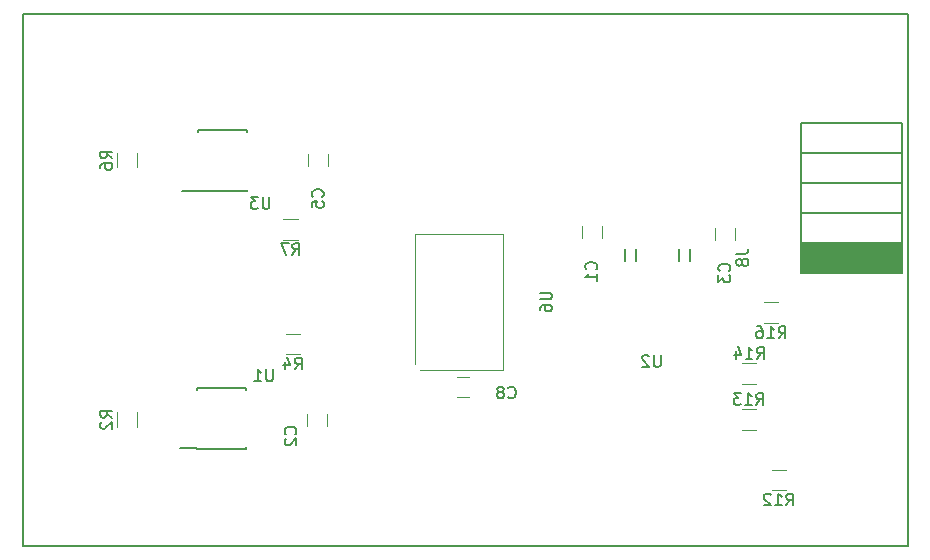
<source format=gbo>
G04 #@! TF.GenerationSoftware,KiCad,Pcbnew,(5.1.4)-1*
G04 #@! TF.CreationDate,2020-09-23T09:36:31-04:00*
G04 #@! TF.ProjectId,i2c_pancake,6932635f-7061-46e6-9361-6b652e6b6963,rev?*
G04 #@! TF.SameCoordinates,Original*
G04 #@! TF.FileFunction,Legend,Bot*
G04 #@! TF.FilePolarity,Positive*
%FSLAX46Y46*%
G04 Gerber Fmt 4.6, Leading zero omitted, Abs format (unit mm)*
G04 Created by KiCad (PCBNEW (5.1.4)-1) date 2020-09-23 09:36:31*
%MOMM*%
%LPD*%
G04 APERTURE LIST*
%ADD10C,0.150000*%
%ADD11C,0.120000*%
%ADD12C,0.152400*%
%ADD13C,0.100000*%
G04 APERTURE END LIST*
D10*
X89662000Y-134239000D02*
X164554000Y-134239000D01*
X89662000Y-89253000D02*
X164554000Y-89253000D01*
X164554000Y-89253000D02*
X164554000Y-134239000D01*
X89662000Y-89253000D02*
X89662000Y-134239000D01*
D11*
X149940000Y-107342400D02*
X149940000Y-108342400D01*
X148240000Y-108342400D02*
X148240000Y-107342400D01*
D12*
X146105500Y-110133160D02*
X146105500Y-109114099D01*
X141533500Y-110133160D02*
X141533500Y-109114099D01*
X145216500Y-110133160D02*
X145216500Y-109114099D01*
X140644500Y-110133160D02*
X140644500Y-109114099D01*
D13*
X130335600Y-119352400D02*
X123285600Y-119352400D01*
X122835600Y-118837400D02*
X122835600Y-107807400D01*
X130335600Y-119357400D02*
X130335600Y-107807400D01*
X130335600Y-107802400D02*
X122835600Y-107802400D01*
D10*
X104479000Y-104178000D02*
X103079000Y-104178000D01*
X104479000Y-99078000D02*
X108629000Y-99078000D01*
X104479000Y-104228000D02*
X108629000Y-104228000D01*
X104479000Y-99078000D02*
X104479000Y-99223000D01*
X108629000Y-99078000D02*
X108629000Y-99223000D01*
X108629000Y-104228000D02*
X108629000Y-104083000D01*
X104479000Y-104228000D02*
X104479000Y-104178000D01*
X104379000Y-125978000D02*
X102979000Y-125978000D01*
X104379000Y-120878000D02*
X108529000Y-120878000D01*
X104379000Y-126028000D02*
X108529000Y-126028000D01*
X104379000Y-120878000D02*
X104379000Y-121023000D01*
X108529000Y-120878000D02*
X108529000Y-121023000D01*
X108529000Y-126028000D02*
X108529000Y-125883000D01*
X104379000Y-126028000D02*
X104379000Y-125978000D01*
D11*
X152397800Y-115397200D02*
X153597800Y-115397200D01*
X153597800Y-113637200D02*
X152397800Y-113637200D01*
X151754000Y-118773000D02*
X150554000Y-118773000D01*
X150554000Y-120533000D02*
X151754000Y-120533000D01*
X151704000Y-122673000D02*
X150504000Y-122673000D01*
X150504000Y-124433000D02*
X151704000Y-124433000D01*
X153036600Y-129545000D02*
X154236600Y-129545000D01*
X154236600Y-127785000D02*
X153036600Y-127785000D01*
X111704000Y-108333000D02*
X112904000Y-108333000D01*
X112904000Y-106573000D02*
X111704000Y-106573000D01*
X97574000Y-101003000D02*
X97574000Y-102203000D01*
X99334000Y-102203000D02*
X99334000Y-101003000D01*
X111904000Y-118033000D02*
X113104000Y-118033000D01*
X113104000Y-116273000D02*
X111904000Y-116273000D01*
X97574000Y-122953000D02*
X97574000Y-124153000D01*
X99334000Y-124153000D02*
X99334000Y-122953000D01*
D10*
G36*
X163999800Y-111072200D02*
G01*
X163999800Y-108633800D01*
X155617800Y-108633800D01*
X155617800Y-111072200D01*
X163999800Y-111072200D01*
G37*
X163999800Y-111072200D02*
X163999800Y-108633800D01*
X155617800Y-108633800D01*
X155617800Y-111072200D01*
X163999800Y-111072200D01*
X155554000Y-108583000D02*
X164054000Y-108583000D01*
X155554000Y-103503000D02*
X164054000Y-103503000D01*
X155554000Y-106043000D02*
X164054000Y-106043000D01*
X155554000Y-100963000D02*
X164054000Y-100963000D01*
X155554000Y-98423000D02*
X164054000Y-98423000D01*
X155554000Y-111123000D02*
X164054000Y-111123000D01*
X164054000Y-111123000D02*
X164054000Y-98423000D01*
X155554000Y-111123000D02*
X155554000Y-98423000D01*
D11*
X126435800Y-119966400D02*
X127435800Y-119966400D01*
X127435800Y-121666400D02*
X126435800Y-121666400D01*
X115504000Y-101053000D02*
X115504000Y-102053000D01*
X113804000Y-102053000D02*
X113804000Y-101053000D01*
X115404000Y-123103000D02*
X115404000Y-124103000D01*
X113704000Y-124103000D02*
X113704000Y-123103000D01*
X136962400Y-108204600D02*
X136962400Y-107204600D01*
X138662400Y-107204600D02*
X138662400Y-108204600D01*
D10*
X149447142Y-110977733D02*
X149494761Y-110930114D01*
X149542380Y-110787257D01*
X149542380Y-110692019D01*
X149494761Y-110549161D01*
X149399523Y-110453923D01*
X149304285Y-110406304D01*
X149113809Y-110358685D01*
X148970952Y-110358685D01*
X148780476Y-110406304D01*
X148685238Y-110453923D01*
X148590000Y-110549161D01*
X148542380Y-110692019D01*
X148542380Y-110787257D01*
X148590000Y-110930114D01*
X148637619Y-110977733D01*
X148542380Y-111311066D02*
X148542380Y-111930114D01*
X148923333Y-111596780D01*
X148923333Y-111739638D01*
X148970952Y-111834876D01*
X149018571Y-111882495D01*
X149113809Y-111930114D01*
X149351904Y-111930114D01*
X149447142Y-111882495D01*
X149494761Y-111834876D01*
X149542380Y-111739638D01*
X149542380Y-111453923D01*
X149494761Y-111358685D01*
X149447142Y-111311066D01*
X143636904Y-118085380D02*
X143636904Y-118894904D01*
X143589285Y-118990142D01*
X143541666Y-119037761D01*
X143446428Y-119085380D01*
X143255952Y-119085380D01*
X143160714Y-119037761D01*
X143113095Y-118990142D01*
X143065476Y-118894904D01*
X143065476Y-118085380D01*
X142636904Y-118180619D02*
X142589285Y-118133000D01*
X142494047Y-118085380D01*
X142255952Y-118085380D01*
X142160714Y-118133000D01*
X142113095Y-118180619D01*
X142065476Y-118275857D01*
X142065476Y-118371095D01*
X142113095Y-118513952D01*
X142684523Y-119085380D01*
X142065476Y-119085380D01*
X133437980Y-112815495D02*
X134247504Y-112815495D01*
X134342742Y-112863114D01*
X134390361Y-112910733D01*
X134437980Y-113005971D01*
X134437980Y-113196447D01*
X134390361Y-113291685D01*
X134342742Y-113339304D01*
X134247504Y-113386923D01*
X133437980Y-113386923D01*
X133437980Y-114291685D02*
X133437980Y-114101209D01*
X133485600Y-114005971D01*
X133533219Y-113958352D01*
X133676076Y-113863114D01*
X133866552Y-113815495D01*
X134247504Y-113815495D01*
X134342742Y-113863114D01*
X134390361Y-113910733D01*
X134437980Y-114005971D01*
X134437980Y-114196447D01*
X134390361Y-114291685D01*
X134342742Y-114339304D01*
X134247504Y-114386923D01*
X134009409Y-114386923D01*
X133914171Y-114339304D01*
X133866552Y-114291685D01*
X133818933Y-114196447D01*
X133818933Y-114005971D01*
X133866552Y-113910733D01*
X133914171Y-113863114D01*
X134009409Y-113815495D01*
X110515904Y-104705380D02*
X110515904Y-105514904D01*
X110468285Y-105610142D01*
X110420666Y-105657761D01*
X110325428Y-105705380D01*
X110134952Y-105705380D01*
X110039714Y-105657761D01*
X109992095Y-105610142D01*
X109944476Y-105514904D01*
X109944476Y-104705380D01*
X109563523Y-104705380D02*
X108944476Y-104705380D01*
X109277809Y-105086333D01*
X109134952Y-105086333D01*
X109039714Y-105133952D01*
X108992095Y-105181571D01*
X108944476Y-105276809D01*
X108944476Y-105514904D01*
X108992095Y-105610142D01*
X109039714Y-105657761D01*
X109134952Y-105705380D01*
X109420666Y-105705380D01*
X109515904Y-105657761D01*
X109563523Y-105610142D01*
X110815904Y-119305380D02*
X110815904Y-120114904D01*
X110768285Y-120210142D01*
X110720666Y-120257761D01*
X110625428Y-120305380D01*
X110434952Y-120305380D01*
X110339714Y-120257761D01*
X110292095Y-120210142D01*
X110244476Y-120114904D01*
X110244476Y-119305380D01*
X109244476Y-120305380D02*
X109815904Y-120305380D01*
X109530190Y-120305380D02*
X109530190Y-119305380D01*
X109625428Y-119448238D01*
X109720666Y-119543476D01*
X109815904Y-119591095D01*
X153640657Y-116669580D02*
X153973990Y-116193390D01*
X154212085Y-116669580D02*
X154212085Y-115669580D01*
X153831133Y-115669580D01*
X153735895Y-115717200D01*
X153688276Y-115764819D01*
X153640657Y-115860057D01*
X153640657Y-116002914D01*
X153688276Y-116098152D01*
X153735895Y-116145771D01*
X153831133Y-116193390D01*
X154212085Y-116193390D01*
X152688276Y-116669580D02*
X153259704Y-116669580D01*
X152973990Y-116669580D02*
X152973990Y-115669580D01*
X153069228Y-115812438D01*
X153164466Y-115907676D01*
X153259704Y-115955295D01*
X151831133Y-115669580D02*
X152021609Y-115669580D01*
X152116847Y-115717200D01*
X152164466Y-115764819D01*
X152259704Y-115907676D01*
X152307323Y-116098152D01*
X152307323Y-116479104D01*
X152259704Y-116574342D01*
X152212085Y-116621961D01*
X152116847Y-116669580D01*
X151926371Y-116669580D01*
X151831133Y-116621961D01*
X151783514Y-116574342D01*
X151735895Y-116479104D01*
X151735895Y-116241009D01*
X151783514Y-116145771D01*
X151831133Y-116098152D01*
X151926371Y-116050533D01*
X152116847Y-116050533D01*
X152212085Y-116098152D01*
X152259704Y-116145771D01*
X152307323Y-116241009D01*
X151796857Y-118405380D02*
X152130190Y-117929190D01*
X152368285Y-118405380D02*
X152368285Y-117405380D01*
X151987333Y-117405380D01*
X151892095Y-117453000D01*
X151844476Y-117500619D01*
X151796857Y-117595857D01*
X151796857Y-117738714D01*
X151844476Y-117833952D01*
X151892095Y-117881571D01*
X151987333Y-117929190D01*
X152368285Y-117929190D01*
X150844476Y-118405380D02*
X151415904Y-118405380D01*
X151130190Y-118405380D02*
X151130190Y-117405380D01*
X151225428Y-117548238D01*
X151320666Y-117643476D01*
X151415904Y-117691095D01*
X149987333Y-117738714D02*
X149987333Y-118405380D01*
X150225428Y-117357761D02*
X150463523Y-118072047D01*
X149844476Y-118072047D01*
X151746857Y-122305380D02*
X152080190Y-121829190D01*
X152318285Y-122305380D02*
X152318285Y-121305380D01*
X151937333Y-121305380D01*
X151842095Y-121353000D01*
X151794476Y-121400619D01*
X151746857Y-121495857D01*
X151746857Y-121638714D01*
X151794476Y-121733952D01*
X151842095Y-121781571D01*
X151937333Y-121829190D01*
X152318285Y-121829190D01*
X150794476Y-122305380D02*
X151365904Y-122305380D01*
X151080190Y-122305380D02*
X151080190Y-121305380D01*
X151175428Y-121448238D01*
X151270666Y-121543476D01*
X151365904Y-121591095D01*
X150461142Y-121305380D02*
X149842095Y-121305380D01*
X150175428Y-121686333D01*
X150032571Y-121686333D01*
X149937333Y-121733952D01*
X149889714Y-121781571D01*
X149842095Y-121876809D01*
X149842095Y-122114904D01*
X149889714Y-122210142D01*
X149937333Y-122257761D01*
X150032571Y-122305380D01*
X150318285Y-122305380D01*
X150413523Y-122257761D01*
X150461142Y-122210142D01*
X154279457Y-130817380D02*
X154612790Y-130341190D01*
X154850885Y-130817380D02*
X154850885Y-129817380D01*
X154469933Y-129817380D01*
X154374695Y-129865000D01*
X154327076Y-129912619D01*
X154279457Y-130007857D01*
X154279457Y-130150714D01*
X154327076Y-130245952D01*
X154374695Y-130293571D01*
X154469933Y-130341190D01*
X154850885Y-130341190D01*
X153327076Y-130817380D02*
X153898504Y-130817380D01*
X153612790Y-130817380D02*
X153612790Y-129817380D01*
X153708028Y-129960238D01*
X153803266Y-130055476D01*
X153898504Y-130103095D01*
X152946123Y-129912619D02*
X152898504Y-129865000D01*
X152803266Y-129817380D01*
X152565171Y-129817380D01*
X152469933Y-129865000D01*
X152422314Y-129912619D01*
X152374695Y-130007857D01*
X152374695Y-130103095D01*
X152422314Y-130245952D01*
X152993742Y-130817380D01*
X152374695Y-130817380D01*
X112470666Y-109605380D02*
X112804000Y-109129190D01*
X113042095Y-109605380D02*
X113042095Y-108605380D01*
X112661142Y-108605380D01*
X112565904Y-108653000D01*
X112518285Y-108700619D01*
X112470666Y-108795857D01*
X112470666Y-108938714D01*
X112518285Y-109033952D01*
X112565904Y-109081571D01*
X112661142Y-109129190D01*
X113042095Y-109129190D01*
X112137333Y-108605380D02*
X111470666Y-108605380D01*
X111899238Y-109605380D01*
X97206380Y-101436333D02*
X96730190Y-101103000D01*
X97206380Y-100864904D02*
X96206380Y-100864904D01*
X96206380Y-101245857D01*
X96254000Y-101341095D01*
X96301619Y-101388714D01*
X96396857Y-101436333D01*
X96539714Y-101436333D01*
X96634952Y-101388714D01*
X96682571Y-101341095D01*
X96730190Y-101245857D01*
X96730190Y-100864904D01*
X96206380Y-102293476D02*
X96206380Y-102103000D01*
X96254000Y-102007761D01*
X96301619Y-101960142D01*
X96444476Y-101864904D01*
X96634952Y-101817285D01*
X97015904Y-101817285D01*
X97111142Y-101864904D01*
X97158761Y-101912523D01*
X97206380Y-102007761D01*
X97206380Y-102198238D01*
X97158761Y-102293476D01*
X97111142Y-102341095D01*
X97015904Y-102388714D01*
X96777809Y-102388714D01*
X96682571Y-102341095D01*
X96634952Y-102293476D01*
X96587333Y-102198238D01*
X96587333Y-102007761D01*
X96634952Y-101912523D01*
X96682571Y-101864904D01*
X96777809Y-101817285D01*
X112670666Y-119305380D02*
X113004000Y-118829190D01*
X113242095Y-119305380D02*
X113242095Y-118305380D01*
X112861142Y-118305380D01*
X112765904Y-118353000D01*
X112718285Y-118400619D01*
X112670666Y-118495857D01*
X112670666Y-118638714D01*
X112718285Y-118733952D01*
X112765904Y-118781571D01*
X112861142Y-118829190D01*
X113242095Y-118829190D01*
X111813523Y-118638714D02*
X111813523Y-119305380D01*
X112051619Y-118257761D02*
X112289714Y-118972047D01*
X111670666Y-118972047D01*
X97206380Y-123386333D02*
X96730190Y-123053000D01*
X97206380Y-122814904D02*
X96206380Y-122814904D01*
X96206380Y-123195857D01*
X96254000Y-123291095D01*
X96301619Y-123338714D01*
X96396857Y-123386333D01*
X96539714Y-123386333D01*
X96634952Y-123338714D01*
X96682571Y-123291095D01*
X96730190Y-123195857D01*
X96730190Y-122814904D01*
X96301619Y-123767285D02*
X96254000Y-123814904D01*
X96206380Y-123910142D01*
X96206380Y-124148238D01*
X96254000Y-124243476D01*
X96301619Y-124291095D01*
X96396857Y-124338714D01*
X96492095Y-124338714D01*
X96634952Y-124291095D01*
X97206380Y-123719666D01*
X97206380Y-124338714D01*
X150066380Y-109519666D02*
X150780666Y-109519666D01*
X150923523Y-109472047D01*
X151018761Y-109376809D01*
X151066380Y-109233952D01*
X151066380Y-109138714D01*
X150494952Y-110138714D02*
X150447333Y-110043476D01*
X150399714Y-109995857D01*
X150304476Y-109948238D01*
X150256857Y-109948238D01*
X150161619Y-109995857D01*
X150114000Y-110043476D01*
X150066380Y-110138714D01*
X150066380Y-110329190D01*
X150114000Y-110424428D01*
X150161619Y-110472047D01*
X150256857Y-110519666D01*
X150304476Y-110519666D01*
X150399714Y-110472047D01*
X150447333Y-110424428D01*
X150494952Y-110329190D01*
X150494952Y-110138714D01*
X150542571Y-110043476D01*
X150590190Y-109995857D01*
X150685428Y-109948238D01*
X150875904Y-109948238D01*
X150971142Y-109995857D01*
X151018761Y-110043476D01*
X151066380Y-110138714D01*
X151066380Y-110329190D01*
X151018761Y-110424428D01*
X150971142Y-110472047D01*
X150875904Y-110519666D01*
X150685428Y-110519666D01*
X150590190Y-110472047D01*
X150542571Y-110424428D01*
X150494952Y-110329190D01*
X130752466Y-121673542D02*
X130800085Y-121721161D01*
X130942942Y-121768780D01*
X131038180Y-121768780D01*
X131181038Y-121721161D01*
X131276276Y-121625923D01*
X131323895Y-121530685D01*
X131371514Y-121340209D01*
X131371514Y-121197352D01*
X131323895Y-121006876D01*
X131276276Y-120911638D01*
X131181038Y-120816400D01*
X131038180Y-120768780D01*
X130942942Y-120768780D01*
X130800085Y-120816400D01*
X130752466Y-120864019D01*
X130181038Y-121197352D02*
X130276276Y-121149733D01*
X130323895Y-121102114D01*
X130371514Y-121006876D01*
X130371514Y-120959257D01*
X130323895Y-120864019D01*
X130276276Y-120816400D01*
X130181038Y-120768780D01*
X129990561Y-120768780D01*
X129895323Y-120816400D01*
X129847704Y-120864019D01*
X129800085Y-120959257D01*
X129800085Y-121006876D01*
X129847704Y-121102114D01*
X129895323Y-121149733D01*
X129990561Y-121197352D01*
X130181038Y-121197352D01*
X130276276Y-121244971D01*
X130323895Y-121292590D01*
X130371514Y-121387828D01*
X130371514Y-121578304D01*
X130323895Y-121673542D01*
X130276276Y-121721161D01*
X130181038Y-121768780D01*
X129990561Y-121768780D01*
X129895323Y-121721161D01*
X129847704Y-121673542D01*
X129800085Y-121578304D01*
X129800085Y-121387828D01*
X129847704Y-121292590D01*
X129895323Y-121244971D01*
X129990561Y-121197352D01*
X115011142Y-104688333D02*
X115058761Y-104640714D01*
X115106380Y-104497857D01*
X115106380Y-104402619D01*
X115058761Y-104259761D01*
X114963523Y-104164523D01*
X114868285Y-104116904D01*
X114677809Y-104069285D01*
X114534952Y-104069285D01*
X114344476Y-104116904D01*
X114249238Y-104164523D01*
X114154000Y-104259761D01*
X114106380Y-104402619D01*
X114106380Y-104497857D01*
X114154000Y-104640714D01*
X114201619Y-104688333D01*
X114106380Y-105593095D02*
X114106380Y-105116904D01*
X114582571Y-105069285D01*
X114534952Y-105116904D01*
X114487333Y-105212142D01*
X114487333Y-105450238D01*
X114534952Y-105545476D01*
X114582571Y-105593095D01*
X114677809Y-105640714D01*
X114915904Y-105640714D01*
X115011142Y-105593095D01*
X115058761Y-105545476D01*
X115106380Y-105450238D01*
X115106380Y-105212142D01*
X115058761Y-105116904D01*
X115011142Y-105069285D01*
X112711142Y-124786333D02*
X112758761Y-124738714D01*
X112806380Y-124595857D01*
X112806380Y-124500619D01*
X112758761Y-124357761D01*
X112663523Y-124262523D01*
X112568285Y-124214904D01*
X112377809Y-124167285D01*
X112234952Y-124167285D01*
X112044476Y-124214904D01*
X111949238Y-124262523D01*
X111854000Y-124357761D01*
X111806380Y-124500619D01*
X111806380Y-124595857D01*
X111854000Y-124738714D01*
X111901619Y-124786333D01*
X111901619Y-125167285D02*
X111854000Y-125214904D01*
X111806380Y-125310142D01*
X111806380Y-125548238D01*
X111854000Y-125643476D01*
X111901619Y-125691095D01*
X111996857Y-125738714D01*
X112092095Y-125738714D01*
X112234952Y-125691095D01*
X112806380Y-125119666D01*
X112806380Y-125738714D01*
X138169542Y-110839933D02*
X138217161Y-110792314D01*
X138264780Y-110649457D01*
X138264780Y-110554219D01*
X138217161Y-110411361D01*
X138121923Y-110316123D01*
X138026685Y-110268504D01*
X137836209Y-110220885D01*
X137693352Y-110220885D01*
X137502876Y-110268504D01*
X137407638Y-110316123D01*
X137312400Y-110411361D01*
X137264780Y-110554219D01*
X137264780Y-110649457D01*
X137312400Y-110792314D01*
X137360019Y-110839933D01*
X138264780Y-111792314D02*
X138264780Y-111220885D01*
X138264780Y-111506600D02*
X137264780Y-111506600D01*
X137407638Y-111411361D01*
X137502876Y-111316123D01*
X137550495Y-111220885D01*
M02*

</source>
